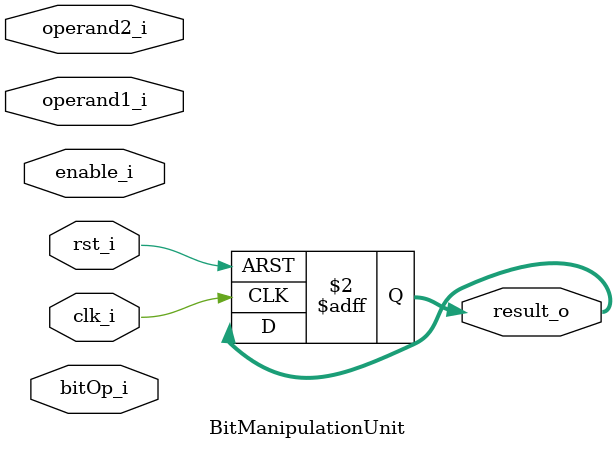
<source format=v>

`include "definitions.vh"

module BitManipulationUnit (
    input wire clk_i, // Clock input
    input wire rst_i, // Reset input
    input wire enable_i, // Enable input
    input wire [4:0] bitOp_i, // Bit operation input
    input wire [31:0] operand1_i, // Operand 1 input
    input wire [31:0] operand2_i, // Operand 2 input
    output reg [31:0] result_o // Result output
);



 // Always block for the bit manipulation unit
 always @(posedge clk_i or posedge rst_i)
     begin
     // If the reset input is high, reset the result
         if(rst_i)
         begin
            result_o <= 0; // Reset the result
         end
            // If the enable input is high, perform the bit operation
         else if(enable_i)
         begin
         end
     end    


endmodule
</source>
